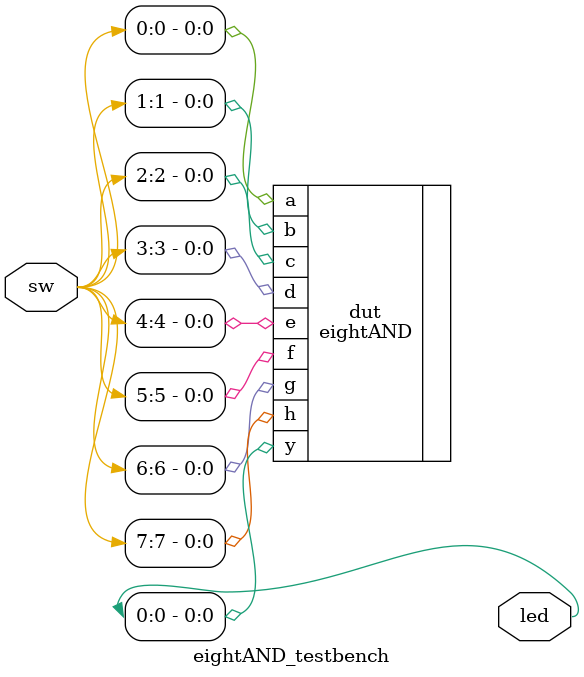
<source format=v>
`timescale 1ns / 1ps




module eightAND_testbench(input [15:0] sw, output [15:0] led);
        eightAND dut(
                        .a(sw[0]),
                        .b(sw[1]),
                        .c(sw[2]),
                        .d(sw[3]),
                        .e(sw[4]),
                        .f(sw[5]),
                        .g(sw[6]),
                        .h(sw[7]),
                        .y(led[0])
                    );
endmodule

</source>
